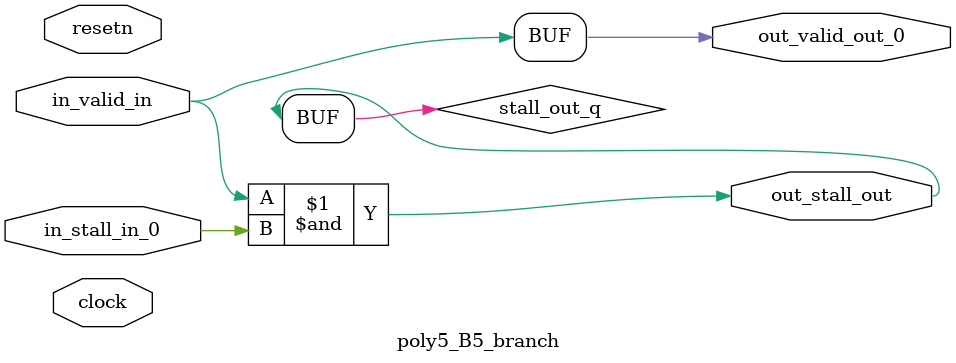
<source format=sv>



(* altera_attribute = "-name AUTO_SHIFT_REGISTER_RECOGNITION OFF; -name MESSAGE_DISABLE 10036; -name MESSAGE_DISABLE 10037; -name MESSAGE_DISABLE 14130; -name MESSAGE_DISABLE 14320; -name MESSAGE_DISABLE 15400; -name MESSAGE_DISABLE 14130; -name MESSAGE_DISABLE 10036; -name MESSAGE_DISABLE 12020; -name MESSAGE_DISABLE 12030; -name MESSAGE_DISABLE 12010; -name MESSAGE_DISABLE 12110; -name MESSAGE_DISABLE 14320; -name MESSAGE_DISABLE 13410; -name MESSAGE_DISABLE 113007; -name MESSAGE_DISABLE 10958" *)
module poly5_B5_branch (
    input wire [0:0] in_stall_in_0,
    input wire [0:0] in_valid_in,
    output wire [0:0] out_stall_out,
    output wire [0:0] out_valid_out_0,
    input wire clock,
    input wire resetn
    );

    wire [0:0] stall_out_q;


    // stall_out(LOGICAL,6)
    assign stall_out_q = in_valid_in & in_stall_in_0;

    // out_stall_out(GPOUT,4)
    assign out_stall_out = stall_out_q;

    // out_valid_out_0(GPOUT,5)
    assign out_valid_out_0 = in_valid_in;

endmodule

</source>
